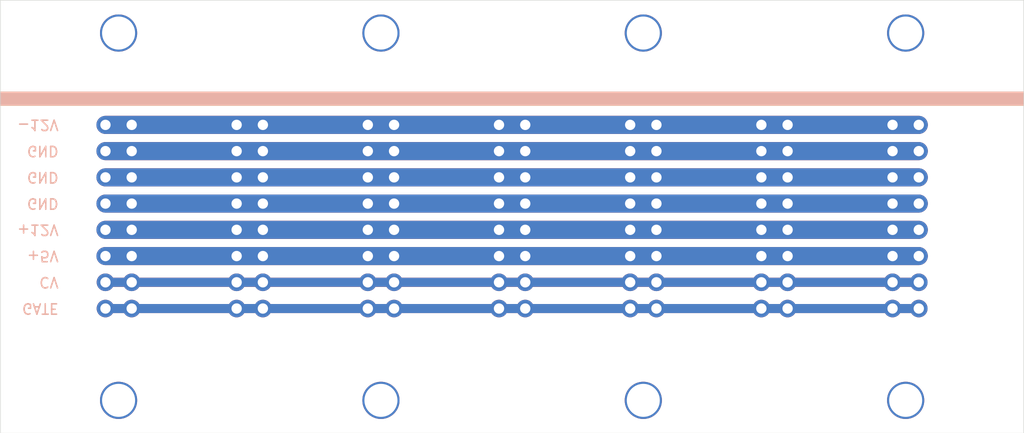
<source format=kicad_pcb>
(kicad_pcb (version 20171130) (host pcbnew 5.1.7-a382d34a8~87~ubuntu16.04.1)

  (general
    (thickness 1.6)
    (drawings 14)
    (tracks 24)
    (zones 0)
    (modules 7)
    (nets 1)
  )

  (page A4)
  (layers
    (0 F.Cu signal)
    (31 B.Cu signal)
    (32 B.Adhes user)
    (33 F.Adhes user)
    (34 B.Paste user)
    (35 F.Paste user)
    (36 B.SilkS user)
    (37 F.SilkS user)
    (38 B.Mask user)
    (39 F.Mask user)
    (40 Dwgs.User user)
    (41 Cmts.User user)
    (42 Eco1.User user)
    (43 Eco2.User user)
    (44 Edge.Cuts user)
    (45 Margin user)
    (46 B.CrtYd user)
    (47 F.CrtYd user)
    (48 B.Fab user)
    (49 F.Fab user)
  )

  (setup
    (last_trace_width 0.25)
    (user_trace_width 0.875)
    (user_trace_width 1.75)
    (trace_clearance 0.2)
    (zone_clearance 0.508)
    (zone_45_only no)
    (trace_min 0.2)
    (via_size 0.8)
    (via_drill 0.4)
    (via_min_size 0.4)
    (via_min_drill 0.3)
    (uvia_size 0.3)
    (uvia_drill 0.1)
    (uvias_allowed no)
    (uvia_min_size 0.2)
    (uvia_min_drill 0.1)
    (edge_width 0.05)
    (segment_width 0.2)
    (pcb_text_width 0.3)
    (pcb_text_size 1.5 1.5)
    (mod_edge_width 0.12)
    (mod_text_size 1 1)
    (mod_text_width 0.15)
    (pad_size 1.7 1.7)
    (pad_drill 1)
    (pad_to_mask_clearance 0.051)
    (solder_mask_min_width 0.25)
    (aux_axis_origin 0 0)
    (visible_elements FFFFFF7F)
    (pcbplotparams
      (layerselection 0x010f0_ffffffff)
      (usegerberextensions false)
      (usegerberattributes false)
      (usegerberadvancedattributes false)
      (creategerberjobfile false)
      (excludeedgelayer true)
      (linewidth 0.150000)
      (plotframeref false)
      (viasonmask false)
      (mode 1)
      (useauxorigin false)
      (hpglpennumber 1)
      (hpglpenspeed 20)
      (hpglpendiameter 15.000000)
      (psnegative false)
      (psa4output false)
      (plotreference true)
      (plotvalue true)
      (plotinvisibletext false)
      (padsonsilk false)
      (subtractmaskfromsilk false)
      (outputformat 1)
      (mirror false)
      (drillshape 0)
      (scaleselection 1)
      (outputdirectory "Gerber Files/"))
  )

  (net 0 "")

  (net_class Default "This is the default net class."
    (clearance 0.2)
    (trace_width 0.25)
    (via_dia 0.8)
    (via_drill 0.4)
    (uvia_dia 0.3)
    (uvia_drill 0.1)
  )

  (module Connector_PinSocket_2.54mm:PinSocket_2x08_P2.54mm_Vertical (layer F.Cu) (tedit 5EEDCFCD) (tstamp 5EE984D1)
    (at 12.7 12.065)
    (descr "Through hole straight socket strip, 2x08, 2.54mm pitch, double cols (from Kicad 4.0.7), script generated")
    (tags "Through hole socket strip THT 2x08 2.54mm double row")
    (fp_text reference REF** (at -1.27 -2.77) (layer F.SilkS) hide
      (effects (font (size 1 1) (thickness 0.15)))
    )
    (fp_text value PinSocket_2x08_P2.54mm_Vertical (at -1.27 20.55) (layer F.Fab) hide
      (effects (font (size 1 1) (thickness 0.15)))
    )
    (fp_line (start -4.34 19.55) (end -4.34 -1.8) (layer F.CrtYd) (width 0.05))
    (fp_line (start 1.76 19.55) (end -4.34 19.55) (layer F.CrtYd) (width 0.05))
    (fp_line (start 1.76 -1.8) (end 1.76 19.55) (layer F.CrtYd) (width 0.05))
    (fp_line (start -4.34 -1.8) (end 1.76 -1.8) (layer F.CrtYd) (width 0.05))
    (fp_line (start -3.81 19.05) (end -3.81 -1.27) (layer F.Fab) (width 0.1))
    (fp_line (start 1.27 19.05) (end -3.81 19.05) (layer F.Fab) (width 0.1))
    (fp_line (start 1.27 -0.27) (end 1.27 19.05) (layer F.Fab) (width 0.1))
    (fp_line (start 0.27 -1.27) (end 1.27 -0.27) (layer F.Fab) (width 0.1))
    (fp_line (start -3.81 -1.27) (end 0.27 -1.27) (layer F.Fab) (width 0.1))
    (fp_text user %R (at -1.27 8.89 90) (layer F.Fab)
      (effects (font (size 1 1) (thickness 0.15)))
    )
    (pad 16 thru_hole oval (at -2.54 17.78) (size 1.7 1.7) (drill 1) (layers *.Cu *.Mask))
    (pad 15 thru_hole oval (at 0 17.78) (size 1.7 1.7) (drill 1) (layers *.Cu *.Mask))
    (pad 14 thru_hole oval (at -2.54 15.24) (size 1.7 1.7) (drill 1) (layers *.Cu *.Mask))
    (pad 13 thru_hole oval (at 0 15.24) (size 1.7 1.7) (drill 1) (layers *.Cu *.Mask))
    (pad 12 thru_hole oval (at -2.54 12.7) (size 1.7 1.7) (drill 1) (layers *.Cu *.Mask))
    (pad 11 thru_hole oval (at 0 12.7) (size 1.7 1.7) (drill 1) (layers *.Cu *.Mask))
    (pad 10 thru_hole oval (at -2.54 10.16) (size 1.7 1.7) (drill 1) (layers *.Cu *.Mask))
    (pad 9 thru_hole oval (at 0 10.16) (size 1.7 1.7) (drill 1) (layers *.Cu *.Mask))
    (pad 8 thru_hole oval (at -2.54 7.62) (size 1.7 1.7) (drill 1) (layers *.Cu *.Mask))
    (pad 7 thru_hole oval (at 0 7.62) (size 1.7 1.7) (drill 1) (layers *.Cu *.Mask))
    (pad 6 thru_hole oval (at -2.54 5.08) (size 1.7 1.7) (drill 1) (layers *.Cu *.Mask))
    (pad 5 thru_hole oval (at 0 5.08) (size 1.7 1.7) (drill 1) (layers *.Cu *.Mask))
    (pad 4 thru_hole oval (at -2.54 2.54) (size 1.7 1.7) (drill 1) (layers *.Cu *.Mask))
    (pad 3 thru_hole oval (at 0 2.54) (size 1.7 1.7) (drill 1) (layers *.Cu *.Mask))
    (pad 2 thru_hole oval (at -2.54 0) (size 1.7 1.7) (drill 1) (layers *.Cu *.Mask))
    (pad 1 thru_hole oval (at 0 0) (size 1.7 1.7) (drill 1) (layers *.Cu *.Mask))
    (model ${KISYS3DMOD}/Connector_PinSocket_2.54mm.3dshapes/PinSocket_2x08_P2.54mm_Vertical.wrl
      (at (xyz 0 0 0))
      (scale (xyz 1 1 1))
      (rotate (xyz 0 0 0))
    )
  )

  (module Connector_PinSocket_2.54mm:PinSocket_2x08_P2.54mm_Vertical (layer F.Cu) (tedit 5EEDD005) (tstamp 5EE9843C)
    (at 88.9 12.065)
    (descr "Through hole straight socket strip, 2x08, 2.54mm pitch, double cols (from Kicad 4.0.7), script generated")
    (tags "Through hole socket strip THT 2x08 2.54mm double row")
    (fp_text reference REF** (at -1.27 -2.77) (layer F.SilkS) hide
      (effects (font (size 1 1) (thickness 0.15)))
    )
    (fp_text value PinSocket_2x08_P2.54mm_Vertical (at -1.27 20.55) (layer F.Fab) hide
      (effects (font (size 1 1) (thickness 0.15)))
    )
    (fp_line (start -3.81 -1.27) (end 0.27 -1.27) (layer F.Fab) (width 0.1))
    (fp_line (start 0.27 -1.27) (end 1.27 -0.27) (layer F.Fab) (width 0.1))
    (fp_line (start 1.27 -0.27) (end 1.27 19.05) (layer F.Fab) (width 0.1))
    (fp_line (start 1.27 19.05) (end -3.81 19.05) (layer F.Fab) (width 0.1))
    (fp_line (start -3.81 19.05) (end -3.81 -1.27) (layer F.Fab) (width 0.1))
    (fp_line (start -4.34 -1.8) (end 1.76 -1.8) (layer F.CrtYd) (width 0.05))
    (fp_line (start 1.76 -1.8) (end 1.76 19.55) (layer F.CrtYd) (width 0.05))
    (fp_line (start 1.76 19.55) (end -4.34 19.55) (layer F.CrtYd) (width 0.05))
    (fp_line (start -4.34 19.55) (end -4.34 -1.8) (layer F.CrtYd) (width 0.05))
    (fp_text user %R (at -1.27 8.89 90) (layer F.Fab)
      (effects (font (size 1 1) (thickness 0.15)))
    )
    (pad 1 thru_hole oval (at 0 0) (size 1.7 1.7) (drill 1) (layers *.Cu *.Mask))
    (pad 2 thru_hole oval (at -2.54 0) (size 1.7 1.7) (drill 1) (layers *.Cu *.Mask))
    (pad 3 thru_hole oval (at 0 2.54) (size 1.7 1.7) (drill 1) (layers *.Cu *.Mask))
    (pad 4 thru_hole oval (at -2.54 2.54) (size 1.7 1.7) (drill 1) (layers *.Cu *.Mask))
    (pad 5 thru_hole oval (at 0 5.08) (size 1.7 1.7) (drill 1) (layers *.Cu *.Mask))
    (pad 6 thru_hole oval (at -2.54 5.08) (size 1.7 1.7) (drill 1) (layers *.Cu *.Mask))
    (pad 7 thru_hole oval (at 0 7.62) (size 1.7 1.7) (drill 1) (layers *.Cu *.Mask))
    (pad 8 thru_hole oval (at -2.54 7.62) (size 1.7 1.7) (drill 1) (layers *.Cu *.Mask))
    (pad 9 thru_hole oval (at 0 10.16) (size 1.7 1.7) (drill 1) (layers *.Cu *.Mask))
    (pad 10 thru_hole oval (at -2.54 10.16) (size 1.7 1.7) (drill 1) (layers *.Cu *.Mask))
    (pad 11 thru_hole oval (at 0 12.7) (size 1.7 1.7) (drill 1) (layers *.Cu *.Mask))
    (pad 12 thru_hole oval (at -2.54 12.7) (size 1.7 1.7) (drill 1) (layers *.Cu *.Mask))
    (pad 13 thru_hole oval (at 0 15.24) (size 1.7 1.7) (drill 1) (layers *.Cu *.Mask))
    (pad 14 thru_hole oval (at -2.54 15.24) (size 1.7 1.7) (drill 1) (layers *.Cu *.Mask))
    (pad 15 thru_hole oval (at 0 17.78) (size 1.7 1.7) (drill 1) (layers *.Cu *.Mask))
    (pad 16 thru_hole oval (at -2.54 17.78) (size 1.7 1.7) (drill 1) (layers *.Cu *.Mask))
    (model ${KISYS3DMOD}/Connector_PinSocket_2.54mm.3dshapes/PinSocket_2x08_P2.54mm_Vertical.wrl
      (at (xyz 0 0 0))
      (scale (xyz 1 1 1))
      (rotate (xyz 0 0 0))
    )
  )

  (module Connector_PinSocket_2.54mm:PinSocket_2x08_P2.54mm_Vertical (layer F.Cu) (tedit 5EEDCFFF) (tstamp 5EE9841F)
    (at 76.2 12.065)
    (descr "Through hole straight socket strip, 2x08, 2.54mm pitch, double cols (from Kicad 4.0.7), script generated")
    (tags "Through hole socket strip THT 2x08 2.54mm double row")
    (fp_text reference REF** (at -1.27 -2.77) (layer F.SilkS) hide
      (effects (font (size 1 1) (thickness 0.15)))
    )
    (fp_text value PinSocket_2x08_P2.54mm_Vertical (at -1.27 20.55) (layer F.Fab) hide
      (effects (font (size 1 1) (thickness 0.15)))
    )
    (fp_line (start -4.34 19.55) (end -4.34 -1.8) (layer F.CrtYd) (width 0.05))
    (fp_line (start 1.76 19.55) (end -4.34 19.55) (layer F.CrtYd) (width 0.05))
    (fp_line (start 1.76 -1.8) (end 1.76 19.55) (layer F.CrtYd) (width 0.05))
    (fp_line (start -4.34 -1.8) (end 1.76 -1.8) (layer F.CrtYd) (width 0.05))
    (fp_line (start -3.81 19.05) (end -3.81 -1.27) (layer F.Fab) (width 0.1))
    (fp_line (start 1.27 19.05) (end -3.81 19.05) (layer F.Fab) (width 0.1))
    (fp_line (start 1.27 -0.27) (end 1.27 19.05) (layer F.Fab) (width 0.1))
    (fp_line (start 0.27 -1.27) (end 1.27 -0.27) (layer F.Fab) (width 0.1))
    (fp_line (start -3.81 -1.27) (end 0.27 -1.27) (layer F.Fab) (width 0.1))
    (fp_text user %R (at -1.27 8.89 90) (layer F.Fab)
      (effects (font (size 1 1) (thickness 0.15)))
    )
    (pad 16 thru_hole oval (at -2.54 17.78) (size 1.7 1.7) (drill 1) (layers *.Cu *.Mask))
    (pad 15 thru_hole oval (at 0 17.78) (size 1.7 1.7) (drill 1) (layers *.Cu *.Mask))
    (pad 14 thru_hole oval (at -2.54 15.24) (size 1.7 1.7) (drill 1) (layers *.Cu *.Mask))
    (pad 13 thru_hole oval (at 0 15.24) (size 1.7 1.7) (drill 1) (layers *.Cu *.Mask))
    (pad 12 thru_hole oval (at -2.54 12.7) (size 1.7 1.7) (drill 1) (layers *.Cu *.Mask))
    (pad 11 thru_hole oval (at 0 12.7) (size 1.7 1.7) (drill 1) (layers *.Cu *.Mask))
    (pad 10 thru_hole oval (at -2.54 10.16) (size 1.7 1.7) (drill 1) (layers *.Cu *.Mask))
    (pad 9 thru_hole oval (at 0 10.16) (size 1.7 1.7) (drill 1) (layers *.Cu *.Mask))
    (pad 8 thru_hole oval (at -2.54 7.62) (size 1.7 1.7) (drill 1) (layers *.Cu *.Mask))
    (pad 7 thru_hole oval (at 0 7.62) (size 1.7 1.7) (drill 1) (layers *.Cu *.Mask))
    (pad 6 thru_hole oval (at -2.54 5.08) (size 1.7 1.7) (drill 1) (layers *.Cu *.Mask))
    (pad 5 thru_hole oval (at 0 5.08) (size 1.7 1.7) (drill 1) (layers *.Cu *.Mask))
    (pad 4 thru_hole oval (at -2.54 2.54) (size 1.7 1.7) (drill 1) (layers *.Cu *.Mask))
    (pad 3 thru_hole oval (at 0 2.54) (size 1.7 1.7) (drill 1) (layers *.Cu *.Mask))
    (pad 2 thru_hole oval (at -2.54 0) (size 1.7 1.7) (drill 1) (layers *.Cu *.Mask))
    (pad 1 thru_hole oval (at 0 0) (size 1.7 1.7) (drill 1) (layers *.Cu *.Mask))
    (model ${KISYS3DMOD}/Connector_PinSocket_2.54mm.3dshapes/PinSocket_2x08_P2.54mm_Vertical.wrl
      (at (xyz 0 0 0))
      (scale (xyz 1 1 1))
      (rotate (xyz 0 0 0))
    )
  )

  (module Connector_PinSocket_2.54mm:PinSocket_2x08_P2.54mm_Vertical (layer F.Cu) (tedit 5EEDCFDD) (tstamp 5EE9836F)
    (at 25.4 12.065)
    (descr "Through hole straight socket strip, 2x08, 2.54mm pitch, double cols (from Kicad 4.0.7), script generated")
    (tags "Through hole socket strip THT 2x08 2.54mm double row")
    (fp_text reference REF** (at -1.27 -2.77) (layer F.SilkS) hide
      (effects (font (size 1 1) (thickness 0.15)))
    )
    (fp_text value PinSocket_2x08_P2.54mm_Vertical (at -1.27 20.55) (layer F.Fab) hide
      (effects (font (size 1 1) (thickness 0.15)))
    )
    (fp_line (start -3.81 -1.27) (end 0.27 -1.27) (layer F.Fab) (width 0.1))
    (fp_line (start 0.27 -1.27) (end 1.27 -0.27) (layer F.Fab) (width 0.1))
    (fp_line (start 1.27 -0.27) (end 1.27 19.05) (layer F.Fab) (width 0.1))
    (fp_line (start 1.27 19.05) (end -3.81 19.05) (layer F.Fab) (width 0.1))
    (fp_line (start -3.81 19.05) (end -3.81 -1.27) (layer F.Fab) (width 0.1))
    (fp_line (start -4.34 -1.8) (end 1.76 -1.8) (layer F.CrtYd) (width 0.05))
    (fp_line (start 1.76 -1.8) (end 1.76 19.55) (layer F.CrtYd) (width 0.05))
    (fp_line (start 1.76 19.55) (end -4.34 19.55) (layer F.CrtYd) (width 0.05))
    (fp_line (start -4.34 19.55) (end -4.34 -1.8) (layer F.CrtYd) (width 0.05))
    (fp_text user %R (at -1.27 8.89 90) (layer F.Fab)
      (effects (font (size 1 1) (thickness 0.15)))
    )
    (pad 1 thru_hole oval (at 0 0) (size 1.7 1.7) (drill 1) (layers *.Cu *.Mask))
    (pad 2 thru_hole oval (at -2.54 0) (size 1.7 1.7) (drill 1) (layers *.Cu *.Mask))
    (pad 3 thru_hole oval (at 0 2.54) (size 1.7 1.7) (drill 1) (layers *.Cu *.Mask))
    (pad 4 thru_hole oval (at -2.54 2.54) (size 1.7 1.7) (drill 1) (layers *.Cu *.Mask))
    (pad 5 thru_hole oval (at 0 5.08) (size 1.7 1.7) (drill 1) (layers *.Cu *.Mask))
    (pad 6 thru_hole oval (at -2.54 5.08) (size 1.7 1.7) (drill 1) (layers *.Cu *.Mask))
    (pad 7 thru_hole oval (at 0 7.62) (size 1.7 1.7) (drill 1) (layers *.Cu *.Mask))
    (pad 8 thru_hole oval (at -2.54 7.62) (size 1.7 1.7) (drill 1) (layers *.Cu *.Mask))
    (pad 9 thru_hole oval (at 0 10.16) (size 1.7 1.7) (drill 1) (layers *.Cu *.Mask))
    (pad 10 thru_hole oval (at -2.54 10.16) (size 1.7 1.7) (drill 1) (layers *.Cu *.Mask))
    (pad 11 thru_hole oval (at 0 12.7) (size 1.7 1.7) (drill 1) (layers *.Cu *.Mask))
    (pad 12 thru_hole oval (at -2.54 12.7) (size 1.7 1.7) (drill 1) (layers *.Cu *.Mask))
    (pad 13 thru_hole oval (at 0 15.24) (size 1.7 1.7) (drill 1) (layers *.Cu *.Mask))
    (pad 14 thru_hole oval (at -2.54 15.24) (size 1.7 1.7) (drill 1) (layers *.Cu *.Mask))
    (pad 15 thru_hole oval (at 0 17.78) (size 1.7 1.7) (drill 1) (layers *.Cu *.Mask))
    (pad 16 thru_hole oval (at -2.54 17.78) (size 1.7 1.7) (drill 1) (layers *.Cu *.Mask))
    (model ${KISYS3DMOD}/Connector_PinSocket_2.54mm.3dshapes/PinSocket_2x08_P2.54mm_Vertical.wrl
      (at (xyz 0 0 0))
      (scale (xyz 1 1 1))
      (rotate (xyz 0 0 0))
    )
  )

  (module Connector_PinSocket_2.54mm:PinSocket_2x08_P2.54mm_Vertical (layer F.Cu) (tedit 5EEDCFED) (tstamp 5EE98054)
    (at 50.8 12.065)
    (descr "Through hole straight socket strip, 2x08, 2.54mm pitch, double cols (from Kicad 4.0.7), script generated")
    (tags "Through hole socket strip THT 2x08 2.54mm double row")
    (fp_text reference REF** (at -1.27 -2.77) (layer F.SilkS) hide
      (effects (font (size 1 1) (thickness 0.15)))
    )
    (fp_text value PinSocket_2x08_P2.54mm_Vertical (at -1.27 20.55) (layer F.Fab) hide
      (effects (font (size 1 1) (thickness 0.15)))
    )
    (fp_line (start -4.34 19.55) (end -4.34 -1.8) (layer F.CrtYd) (width 0.05))
    (fp_line (start 1.76 19.55) (end -4.34 19.55) (layer F.CrtYd) (width 0.05))
    (fp_line (start 1.76 -1.8) (end 1.76 19.55) (layer F.CrtYd) (width 0.05))
    (fp_line (start -4.34 -1.8) (end 1.76 -1.8) (layer F.CrtYd) (width 0.05))
    (fp_line (start -3.81 19.05) (end -3.81 -1.27) (layer F.Fab) (width 0.1))
    (fp_line (start 1.27 19.05) (end -3.81 19.05) (layer F.Fab) (width 0.1))
    (fp_line (start 1.27 -0.27) (end 1.27 19.05) (layer F.Fab) (width 0.1))
    (fp_line (start 0.27 -1.27) (end 1.27 -0.27) (layer F.Fab) (width 0.1))
    (fp_line (start -3.81 -1.27) (end 0.27 -1.27) (layer F.Fab) (width 0.1))
    (fp_text user %R (at -1.27 8.89 90) (layer F.Fab)
      (effects (font (size 1 1) (thickness 0.15)))
    )
    (pad 16 thru_hole oval (at -2.54 17.78) (size 1.7 1.7) (drill 1) (layers *.Cu *.Mask))
    (pad 15 thru_hole oval (at 0 17.78) (size 1.7 1.7) (drill 1) (layers *.Cu *.Mask))
    (pad 14 thru_hole oval (at -2.54 15.24) (size 1.7 1.7) (drill 1) (layers *.Cu *.Mask))
    (pad 13 thru_hole oval (at 0 15.24) (size 1.7 1.7) (drill 1) (layers *.Cu *.Mask))
    (pad 12 thru_hole oval (at -2.54 12.7) (size 1.7 1.7) (drill 1) (layers *.Cu *.Mask))
    (pad 11 thru_hole oval (at 0 12.7) (size 1.7 1.7) (drill 1) (layers *.Cu *.Mask))
    (pad 10 thru_hole oval (at -2.54 10.16) (size 1.7 1.7) (drill 1) (layers *.Cu *.Mask))
    (pad 9 thru_hole oval (at 0 10.16) (size 1.7 1.7) (drill 1) (layers *.Cu *.Mask))
    (pad 8 thru_hole oval (at -2.54 7.62) (size 1.7 1.7) (drill 1) (layers *.Cu *.Mask))
    (pad 7 thru_hole oval (at 0 7.62) (size 1.7 1.7) (drill 1) (layers *.Cu *.Mask))
    (pad 6 thru_hole oval (at -2.54 5.08) (size 1.7 1.7) (drill 1) (layers *.Cu *.Mask))
    (pad 5 thru_hole oval (at 0 5.08) (size 1.7 1.7) (drill 1) (layers *.Cu *.Mask))
    (pad 4 thru_hole oval (at -2.54 2.54) (size 1.7 1.7) (drill 1) (layers *.Cu *.Mask))
    (pad 3 thru_hole oval (at 0 2.54) (size 1.7 1.7) (drill 1) (layers *.Cu *.Mask))
    (pad 2 thru_hole oval (at -2.54 0) (size 1.7 1.7) (drill 1) (layers *.Cu *.Mask))
    (pad 1 thru_hole oval (at 0 0) (size 1.7 1.7) (drill 1) (layers *.Cu *.Mask))
    (model ${KISYS3DMOD}/Connector_PinSocket_2.54mm.3dshapes/PinSocket_2x08_P2.54mm_Vertical.wrl
      (at (xyz 0 0 0))
      (scale (xyz 1 1 1))
      (rotate (xyz 0 0 0))
    )
  )

  (module Connector_PinSocket_2.54mm:PinSocket_2x08_P2.54mm_Vertical (layer F.Cu) (tedit 5EEDCFF7) (tstamp 5EE98037)
    (at 63.5 12.065)
    (descr "Through hole straight socket strip, 2x08, 2.54mm pitch, double cols (from Kicad 4.0.7), script generated")
    (tags "Through hole socket strip THT 2x08 2.54mm double row")
    (fp_text reference REF** (at -1.27 -2.77) (layer F.SilkS) hide
      (effects (font (size 1 1) (thickness 0.15)))
    )
    (fp_text value PinSocket_2x08_P2.54mm_Vertical (at -1.27 20.55) (layer F.Fab) hide
      (effects (font (size 1 1) (thickness 0.15)))
    )
    (fp_line (start -3.81 -1.27) (end 0.27 -1.27) (layer F.Fab) (width 0.1))
    (fp_line (start 0.27 -1.27) (end 1.27 -0.27) (layer F.Fab) (width 0.1))
    (fp_line (start 1.27 -0.27) (end 1.27 19.05) (layer F.Fab) (width 0.1))
    (fp_line (start 1.27 19.05) (end -3.81 19.05) (layer F.Fab) (width 0.1))
    (fp_line (start -3.81 19.05) (end -3.81 -1.27) (layer F.Fab) (width 0.1))
    (fp_line (start -4.34 -1.8) (end 1.76 -1.8) (layer F.CrtYd) (width 0.05))
    (fp_line (start 1.76 -1.8) (end 1.76 19.55) (layer F.CrtYd) (width 0.05))
    (fp_line (start 1.76 19.55) (end -4.34 19.55) (layer F.CrtYd) (width 0.05))
    (fp_line (start -4.34 19.55) (end -4.34 -1.8) (layer F.CrtYd) (width 0.05))
    (fp_text user %R (at -1.27 8.89 90) (layer F.Fab)
      (effects (font (size 1 1) (thickness 0.15)))
    )
    (pad 1 thru_hole oval (at 0 0) (size 1.7 1.7) (drill 1) (layers *.Cu *.Mask))
    (pad 2 thru_hole oval (at -2.54 0) (size 1.7 1.7) (drill 1) (layers *.Cu *.Mask))
    (pad 3 thru_hole oval (at 0 2.54) (size 1.7 1.7) (drill 1) (layers *.Cu *.Mask))
    (pad 4 thru_hole oval (at -2.54 2.54) (size 1.7 1.7) (drill 1) (layers *.Cu *.Mask))
    (pad 5 thru_hole oval (at 0 5.08) (size 1.7 1.7) (drill 1) (layers *.Cu *.Mask))
    (pad 6 thru_hole oval (at -2.54 5.08) (size 1.7 1.7) (drill 1) (layers *.Cu *.Mask))
    (pad 7 thru_hole oval (at 0 7.62) (size 1.7 1.7) (drill 1) (layers *.Cu *.Mask))
    (pad 8 thru_hole oval (at -2.54 7.62) (size 1.7 1.7) (drill 1) (layers *.Cu *.Mask))
    (pad 9 thru_hole oval (at 0 10.16) (size 1.7 1.7) (drill 1) (layers *.Cu *.Mask))
    (pad 10 thru_hole oval (at -2.54 10.16) (size 1.7 1.7) (drill 1) (layers *.Cu *.Mask))
    (pad 11 thru_hole oval (at 0 12.7) (size 1.7 1.7) (drill 1) (layers *.Cu *.Mask))
    (pad 12 thru_hole oval (at -2.54 12.7) (size 1.7 1.7) (drill 1) (layers *.Cu *.Mask))
    (pad 13 thru_hole oval (at 0 15.24) (size 1.7 1.7) (drill 1) (layers *.Cu *.Mask))
    (pad 14 thru_hole oval (at -2.54 15.24) (size 1.7 1.7) (drill 1) (layers *.Cu *.Mask))
    (pad 15 thru_hole oval (at 0 17.78) (size 1.7 1.7) (drill 1) (layers *.Cu *.Mask))
    (pad 16 thru_hole oval (at -2.54 17.78) (size 1.7 1.7) (drill 1) (layers *.Cu *.Mask))
    (model ${KISYS3DMOD}/Connector_PinSocket_2.54mm.3dshapes/PinSocket_2x08_P2.54mm_Vertical.wrl
      (at (xyz 0 0 0))
      (scale (xyz 1 1 1))
      (rotate (xyz 0 0 0))
    )
  )

  (module Connector_PinSocket_2.54mm:PinSocket_2x08_P2.54mm_Vertical (layer F.Cu) (tedit 5EEDCFE7) (tstamp 5EE97F67)
    (at 38.1 12.065)
    (descr "Through hole straight socket strip, 2x08, 2.54mm pitch, double cols (from Kicad 4.0.7), script generated")
    (tags "Through hole socket strip THT 2x08 2.54mm double row")
    (fp_text reference REF** (at -1.27 -2.77) (layer F.SilkS) hide
      (effects (font (size 1 1) (thickness 0.15)))
    )
    (fp_text value PinSocket_2x08_P2.54mm_Vertical (at -1.27 20.55) (layer F.Fab) hide
      (effects (font (size 1 1) (thickness 0.15)))
    )
    (fp_line (start -4.34 19.55) (end -4.34 -1.8) (layer F.CrtYd) (width 0.05))
    (fp_line (start 1.76 19.55) (end -4.34 19.55) (layer F.CrtYd) (width 0.05))
    (fp_line (start 1.76 -1.8) (end 1.76 19.55) (layer F.CrtYd) (width 0.05))
    (fp_line (start -4.34 -1.8) (end 1.76 -1.8) (layer F.CrtYd) (width 0.05))
    (fp_line (start -3.81 19.05) (end -3.81 -1.27) (layer F.Fab) (width 0.1))
    (fp_line (start 1.27 19.05) (end -3.81 19.05) (layer F.Fab) (width 0.1))
    (fp_line (start 1.27 -0.27) (end 1.27 19.05) (layer F.Fab) (width 0.1))
    (fp_line (start 0.27 -1.27) (end 1.27 -0.27) (layer F.Fab) (width 0.1))
    (fp_line (start -3.81 -1.27) (end 0.27 -1.27) (layer F.Fab) (width 0.1))
    (fp_text user %R (at -1.27 8.89 90) (layer F.Fab)
      (effects (font (size 1 1) (thickness 0.15)))
    )
    (pad 16 thru_hole oval (at -2.54 17.78) (size 1.7 1.7) (drill 1) (layers *.Cu *.Mask))
    (pad 15 thru_hole oval (at 0 17.78) (size 1.7 1.7) (drill 1) (layers *.Cu *.Mask))
    (pad 14 thru_hole oval (at -2.54 15.24) (size 1.7 1.7) (drill 1) (layers *.Cu *.Mask))
    (pad 13 thru_hole oval (at 0 15.24) (size 1.7 1.7) (drill 1) (layers *.Cu *.Mask))
    (pad 12 thru_hole oval (at -2.54 12.7) (size 1.7 1.7) (drill 1) (layers *.Cu *.Mask))
    (pad 11 thru_hole oval (at 0 12.7) (size 1.7 1.7) (drill 1) (layers *.Cu *.Mask))
    (pad 10 thru_hole oval (at -2.54 10.16) (size 1.7 1.7) (drill 1) (layers *.Cu *.Mask))
    (pad 9 thru_hole oval (at 0 10.16) (size 1.7 1.7) (drill 1) (layers *.Cu *.Mask))
    (pad 8 thru_hole oval (at -2.54 7.62) (size 1.7 1.7) (drill 1) (layers *.Cu *.Mask))
    (pad 7 thru_hole oval (at 0 7.62) (size 1.7 1.7) (drill 1) (layers *.Cu *.Mask))
    (pad 6 thru_hole oval (at -2.54 5.08) (size 1.7 1.7) (drill 1) (layers *.Cu *.Mask))
    (pad 5 thru_hole oval (at 0 5.08) (size 1.7 1.7) (drill 1) (layers *.Cu *.Mask))
    (pad 4 thru_hole oval (at -2.54 2.54) (size 1.7 1.7) (drill 1) (layers *.Cu *.Mask))
    (pad 3 thru_hole oval (at 0 2.54) (size 1.7 1.7) (drill 1) (layers *.Cu *.Mask))
    (pad 2 thru_hole oval (at -2.54 0) (size 1.7 1.7) (drill 1) (layers *.Cu *.Mask))
    (pad 1 thru_hole oval (at 0 0) (size 1.7 1.7) (drill 1) (layers *.Cu *.Mask))
    (model ${KISYS3DMOD}/Connector_PinSocket_2.54mm.3dshapes/PinSocket_2x08_P2.54mm_Vertical.wrl
      (at (xyz 0 0 0))
      (scale (xyz 1 1 1))
      (rotate (xyz 0 0 0))
    )
  )

  (gr_poly (pts (xy 99.06 10.16) (xy 0 10.16) (xy 0 8.89) (xy 99.06 8.89)) (layer B.SilkS) (width 0.1) (tstamp 5EEB36AD))
  (gr_poly (pts (xy 99.06 10.16) (xy 0 10.16) (xy 0 8.89) (xy 99.06 8.89)) (layer F.SilkS) (width 0.1))
  (gr_text GATE (at 5.715 29.845 180) (layer B.SilkS) (tstamp 5EE984F4)
    (effects (font (size 1 1) (thickness 0.15)) (justify right mirror))
  )
  (gr_text -12V (at 5.715 12.065 180) (layer B.SilkS) (tstamp 5EE984F3)
    (effects (font (size 1 1) (thickness 0.15)) (justify right mirror))
  )
  (gr_text CV (at 5.715 27.305 180) (layer B.SilkS) (tstamp 5EE984F2)
    (effects (font (size 1 1) (thickness 0.15)) (justify right mirror))
  )
  (gr_text +5V (at 5.715 24.765 180) (layer B.SilkS) (tstamp 5EE984F1)
    (effects (font (size 1 1) (thickness 0.15)) (justify right mirror))
  )
  (gr_text GND (at 5.715 19.685 180) (layer B.SilkS) (tstamp 5EE984F0)
    (effects (font (size 1 1) (thickness 0.15)) (justify right mirror))
  )
  (gr_text +12V (at 5.715 22.225 180) (layer B.SilkS) (tstamp 5EE984EF)
    (effects (font (size 1 1) (thickness 0.15)) (justify right mirror))
  )
  (gr_text GND (at 5.715 14.605 180) (layer B.SilkS) (tstamp 5EE984EE)
    (effects (font (size 1 1) (thickness 0.15)) (justify right mirror))
  )
  (gr_text GND (at 5.715 17.145 180) (layer B.SilkS) (tstamp 5EE984D0)
    (effects (font (size 1 1) (thickness 0.15)) (justify right mirror))
  )
  (gr_line (start 0 41.91) (end 0 0) (layer Edge.Cuts) (width 0.05) (tstamp 5EE91D5D))
  (gr_line (start 99.06 41.91) (end 0 41.91) (layer Edge.Cuts) (width 0.05))
  (gr_line (start 99.06 0) (end 99.06 41.91) (layer Edge.Cuts) (width 0.05))
  (gr_line (start 0 0) (end 99.06 0) (layer Edge.Cuts) (width 0.05))

  (via (at 11.43 38.735) (size 3.6) (drill 3.2) (layers F.Cu B.Cu) (net 0))
  (via (at 36.83 38.735) (size 3.6) (drill 3.2) (layers F.Cu B.Cu) (net 0) (tstamp 5EE91E9D))
  (via (at 62.23 38.735) (size 3.6) (drill 3.2) (layers F.Cu B.Cu) (net 0) (tstamp 5EE91ED6))
  (via (at 62.23 3.175) (size 3.6) (drill 3.2) (layers F.Cu B.Cu) (net 0) (tstamp 5EE92006))
  (via (at 36.83 3.175) (size 3.6) (drill 3.2) (layers F.Cu B.Cu) (net 0) (tstamp 5EE92007))
  (via (at 11.43 3.175) (size 3.6) (drill 3.2) (layers F.Cu B.Cu) (net 0) (tstamp 5EE92008))
  (segment (start 10.16 12.065) (end 88.9 12.065) (width 1.75) (layer F.Cu) (net 0))
  (segment (start 10.16 24.765) (end 88.9 24.765) (width 1.75) (layer F.Cu) (net 0))
  (segment (start 10.16 22.225) (end 88.9 22.225) (width 1.75) (layer F.Cu) (net 0))
  (segment (start 10.16 27.305) (end 88.9 27.305) (width 0.875) (layer F.Cu) (net 0))
  (segment (start 10.16 29.845) (end 88.9 29.845) (width 0.875) (layer F.Cu) (net 0))
  (segment (start 10.16 14.605) (end 88.9 14.605) (width 1.75) (layer F.Cu) (net 0))
  (segment (start 10.16 17.145) (end 88.9 17.145) (width 1.75) (layer F.Cu) (net 0))
  (segment (start 10.16 19.685) (end 88.9 19.685) (width 1.75) (layer F.Cu) (net 0))
  (segment (start 10.16 12.065) (end 88.9 12.065) (width 1.75) (layer B.Cu) (net 0) (tstamp 5EE9911D))
  (segment (start 10.16 29.845) (end 88.9 29.845) (width 0.875) (layer B.Cu) (net 0) (tstamp 5EE9911E))
  (segment (start 10.16 22.225) (end 88.9 22.225) (width 1.75) (layer B.Cu) (net 0) (tstamp 5EE9911F))
  (segment (start 10.16 24.765) (end 88.9 24.765) (width 1.75) (layer B.Cu) (net 0) (tstamp 5EE99120))
  (segment (start 10.16 19.685) (end 88.9 19.685) (width 1.75) (layer B.Cu) (net 0) (tstamp 5EE99121))
  (segment (start 10.16 17.145) (end 88.9 17.145) (width 1.75) (layer B.Cu) (net 0) (tstamp 5EE99122))
  (segment (start 10.16 14.605) (end 88.9 14.605) (width 1.75) (layer B.Cu) (net 0) (tstamp 5EE99123))
  (segment (start 10.16 27.305) (end 88.9 27.305) (width 0.875) (layer B.Cu) (net 0) (tstamp 5EE99124))
  (via (at 87.63 38.735) (size 3.6) (drill 3.2) (layers F.Cu B.Cu) (net 0) (tstamp 5F2703D3))
  (via (at 87.63 3.175) (size 3.6) (drill 3.2) (layers F.Cu B.Cu) (net 0) (tstamp 5F2703D4))

)

</source>
